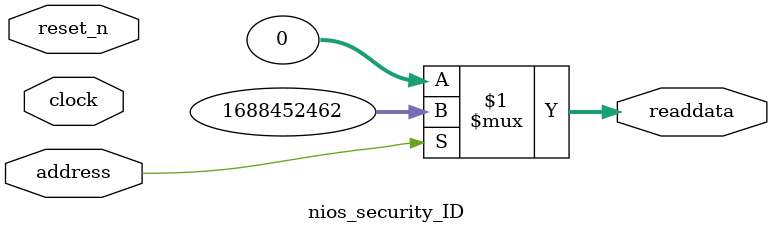
<source format=v>



// synthesis translate_off
`timescale 1ns / 1ps
// synthesis translate_on

// turn off superfluous verilog processor warnings 
// altera message_level Level1 
// altera message_off 10034 10035 10036 10037 10230 10240 10030 

module nios_security_ID (
               // inputs:
                address,
                clock,
                reset_n,

               // outputs:
                readdata
             )
;

  output  [ 31: 0] readdata;
  input            address;
  input            clock;
  input            reset_n;

  wire    [ 31: 0] readdata;
  //control_slave, which is an e_avalon_slave
  assign readdata = address ? 1688452462 : 0;

endmodule



</source>
